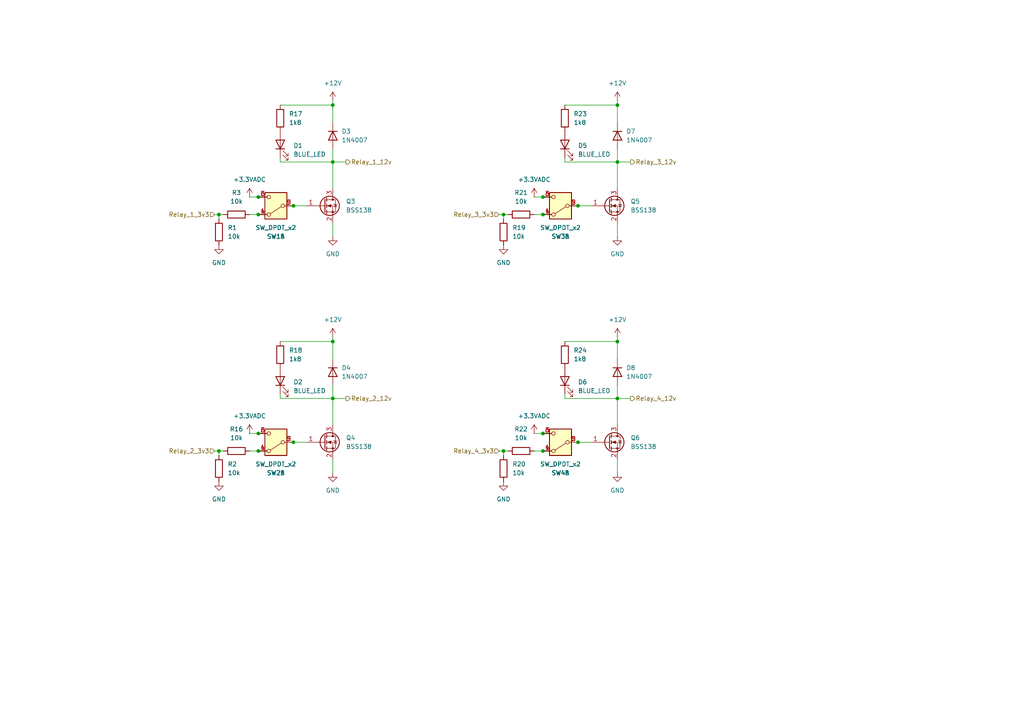
<source format=kicad_sch>
(kicad_sch (version 20231120) (generator "eeschema") (generator_version "8.0")
  (paper "A4")
  (lib_symbols
    (symbol "Device:LED" (pin_numbers hide) (pin_names (offset 1.016) hide)
      (property "Reference" "D" (at 0 2.54 0))
      (property "Value" "LED" (at 0 -2.54 0))
      (symbol "LED_0_1"
        (polyline (pts (xy -1.27 -1.27) (xy -1.27 1.27)) (stroke (width 0.254)))
        (polyline (pts (xy -1.27 0) (xy 1.27 0)))
        (polyline (pts (xy 1.27 -1.27) (xy 1.27 1.27) (xy -1.27 0) (xy 1.27 -1.27)) (stroke (width 0.254)))
        (polyline (pts (xy -3.048 -0.762) (xy -4.572 -2.286) (xy -3.81 -2.286) (xy -4.572 -2.286) (xy -4.572 -1.524)))
        (polyline (pts (xy -1.778 -0.762) (xy -3.302 -2.286) (xy -2.54 -2.286) (xy -3.302 -2.286) (xy -3.302 -1.524)))
      )
      (symbol "LED_1_1"
        (pin passive line (at -3.81 0 0) (length 2.54) (name "K") (number "1"))
        (pin passive line (at 3.81 0 180) (length 2.54) (name "A") (number "2"))
      )
    )
    (symbol "Device:R" (pin_numbers hide) (pin_names (offset 0))
      (property "Reference" "R" (at 2.032 0 90))
      (property "Value" "R" (at 0 0 90))
      (symbol "R_0_1"
        (rectangle (start -1.016 -2.54) (end 1.016 2.54) (stroke (width 0.254)))
      )
      (symbol "R_1_1"
        (pin passive line (at 0 3.81 270) (length 1.27) (name "~") (number "1"))
        (pin passive line (at 0 -3.81 90) (length 1.27) (name "~") (number "2"))
      )
    )
    (symbol "Diode:1N4007" (pin_numbers hide) (pin_names hide)
      (property "Reference" "D" (at 0 2.54 0))
      (property "Value" "1N4007" (at 0 -2.54 0))
      (symbol "1N4007_0_1"
        (polyline (pts (xy -1.27 1.27) (xy -1.27 -1.27)) (stroke (width 0.254)))
        (polyline (pts (xy 1.27 0) (xy -1.27 0)))
        (polyline (pts (xy 1.27 1.27) (xy 1.27 -1.27) (xy -1.27 0) (xy 1.27 1.27)) (stroke (width 0.254)))
      )
      (symbol "1N4007_1_1"
        (pin passive line (at -3.81 0 0) (length 2.54) (name "K") (number "1"))
        (pin passive line (at 3.81 0 180) (length 2.54) (name "A") (number "2"))
      )
    )
    (symbol "Switch:SW_DPDT_x2" (pin_names (offset 0) hide)
      (property "Reference" "SW" (at 0 5.08 0))
      (property "Value" "SW_DPDT_x2" (at 0 -5.08 0))
      (symbol "SW_DPDT_x2_0_0"
        (circle (center -2.032 0) (radius 0.508))
        (circle (center 2.032 -2.54) (radius 0.508))
      )
      (symbol "SW_DPDT_x2_0_1"
        (rectangle (start -3.175 3.81) (end 3.175 -3.81) (stroke (width 0.254)) (fill (type background)))
        (polyline (pts (xy -1.524 0.254) (xy 1.5748 2.286)))
        (circle (center 2.032 2.54) (radius 0.508))
      )
      (symbol "SW_DPDT_x2_1_1"
        (pin passive line (at 5.08 2.54 180) (length 2.54) (name "A") (number "1"))
        (pin passive line (at -5.08 0 0) (length 2.54) (name "B") (number "2"))
        (pin passive line (at 5.08 -2.54 180) (length 2.54) (name "C") (number "3"))
      )
      (symbol "SW_DPDT_x2_2_1"
        (pin passive line (at 5.08 2.54 180) (length 2.54) (name "A") (number "4"))
        (pin passive line (at -5.08 0 0) (length 2.54) (name "B") (number "5"))
        (pin passive line (at 5.08 -2.54 180) (length 2.54) (name "C") (number "6"))
      )
    )
    (symbol "Transistor_FET:BSS138" (pin_names hide)
      (property "Reference" "Q" (at 5.08 1.905 0))
      (property "Value" "BSS138" (at 5.08 0 0))
      (symbol "BSS138_0_1"
        (polyline (pts (xy 0.254 0) (xy -2.54 0)))
        (polyline (pts (xy 0.254 1.905) (xy 0.254 -1.905)) (stroke (width 0.254)))
        (polyline (pts (xy 0.762 -1.27) (xy 0.762 -2.286)) (stroke (width 0.254)))
        (polyline (pts (xy 0.762 0.508) (xy 0.762 -0.508)) (stroke (width 0.254)))
        (polyline (pts (xy 0.762 2.286) (xy 0.762 1.27)) (stroke (width 0.254)))
        (polyline (pts (xy 2.54 2.54) (xy 2.54 1.778)))
        (polyline (pts (xy 2.54 -2.54) (xy 2.54 0) (xy 0.762 0)))
        (polyline (pts (xy 0.762 -1.778) (xy 3.302 -1.778) (xy 3.302 1.778) (xy 0.762 1.778)))
        (polyline (pts (xy 1.016 0) (xy 2.032 0.381) (xy 2.032 -0.381) (xy 1.016 0)) (fill (type outline)))
        (polyline (pts (xy 2.794 0.508) (xy 2.921 0.381) (xy 3.683 0.381) (xy 3.81 0.254)))
        (polyline (pts (xy 3.302 0.381) (xy 2.921 -0.254) (xy 3.683 -0.254) (xy 3.302 0.381)))
        (circle (center 1.651 0) (radius 2.794) (stroke (width 0.254)))
        (circle (center 2.54 -1.778) (radius 0.254) (fill (type outline)))
        (circle (center 2.54 1.778) (radius 0.254) (fill (type outline)))
      )
      (symbol "BSS138_1_1"
        (pin input line (at -5.08 0 0) (length 2.54) (name "G") (number "1"))
        (pin passive line (at 2.54 -5.08 90) (length 2.54) (name "S") (number "2"))
        (pin passive line (at 2.54 5.08 270) (length 2.54) (name "D") (number "3"))
      )
    )
    (symbol "power:+12V" (power) (pin_numbers hide) (pin_names (offset 0) hide)
      (property "Value" "+12V" (at 0 3.556 0))
      (symbol "+12V_0_1"
        (polyline (pts (xy -0.762 1.27) (xy 0 2.54)))
        (polyline (pts (xy 0 0) (xy 0 2.54)))
        (polyline (pts (xy 0 2.54) (xy 0.762 1.27)))
      )
      (symbol "+12V_1_1"
        (pin power_in line (at 0 0 90) (length 0) (name "~") (number "1"))
      )
    )
    (symbol "power:+3.3VADC" (power) (pin_numbers hide) (pin_names (offset 0) hide)
      (property "Value" "+3.3VADC" (at 0 3.556 0))
      (symbol "+3.3VADC_0_0"
        (pin power_in line (at 0 0 90) (length 0) (name "~") (number "1"))
      )
      (symbol "+3.3VADC_0_1"
        (polyline (pts (xy -0.762 1.27) (xy 0 2.54)))
        (polyline (pts (xy 0 0) (xy 0 2.54)))
        (polyline (pts (xy 0 2.54) (xy 0.762 1.27)))
      )
    )
    (symbol "power:GND" (power) (pin_numbers hide) (pin_names (offset 0) hide)
      (property "Value" "GND" (at 0 -3.81 0))
      (symbol "GND_0_1"
        (polyline (pts (xy 0 0) (xy 0 -1.27) (xy 1.27 -1.27) (xy 0 -2.54) (xy -1.27 -1.27) (xy 0 -1.27)))
      )
      (symbol "GND_1_1"
        (pin power_in line (at 0 0 270) (length 0) (name "~") (number "1"))
      )
    )
  )
  (junction (at 167.64 59.69))
  (junction (at 74.93 57.15))
  (junction (at 179.07 99.06))
  (junction (at 157.48 125.73))
  (junction (at 157.48 62.23))
  (junction (at 96.52 30.48))
  (junction (at 179.07 115.57))
  (junction (at 146.05 130.81))
  (junction (at 74.93 130.81))
  (junction (at 96.52 99.06))
  (junction (at 157.48 130.81))
  (junction (at 167.64 128.27))
  (junction (at 146.05 62.23))
  (junction (at 63.5 62.23))
  (junction (at 96.52 115.57))
  (junction (at 74.93 125.73))
  (junction (at 96.52 46.99))
  (junction (at 85.09 59.69))
  (junction (at 63.5 130.81))
  (junction (at 74.93 62.23))
  (junction (at 85.09 128.27))
  (junction (at 157.48 57.15))
  (junction (at 179.07 30.48))
  (junction (at 179.07 46.99))
  (wire (pts (xy 163.83 115.57) (xy 179.07 115.57)))
  (wire (pts (xy 74.93 130.81) (xy 72.39 130.81)))
  (wire (pts (xy 163.83 46.99) (xy 179.07 46.99)))
  (wire (pts (xy 63.5 63.5) (xy 63.5 62.23)))
  (wire (pts (xy 146.05 62.23) (xy 147.32 62.23)))
  (wire (pts (xy 163.83 114.3) (xy 163.83 115.57)))
  (wire (pts (xy 157.48 130.81) (xy 154.94 130.81)))
  (wire (pts (xy 144.78 130.81) (xy 146.05 130.81)))
  (wire (pts (xy 81.28 46.99) (xy 96.52 46.99)))
  (wire (pts (xy 81.28 45.72) (xy 81.28 46.99)))
  (wire (pts (xy 100.33 115.57) (xy 96.52 115.57)))
  (wire (pts (xy 81.28 115.57) (xy 96.52 115.57)))
  (wire (pts (xy 179.07 46.99) (xy 179.07 54.61)))
  (wire (pts (xy 96.52 43.18) (xy 96.52 46.99)))
  (wire (pts (xy 179.07 111.76) (xy 179.07 115.57)))
  (wire (pts (xy 146.05 130.81) (xy 147.32 130.81)))
  (wire (pts (xy 144.78 62.23) (xy 146.05 62.23)))
  (wire (pts (xy 179.07 99.06) (xy 179.07 104.14)))
  (wire (pts (xy 157.48 57.15) (xy 154.94 57.15)))
  (wire (pts (xy 179.07 29.21) (xy 179.07 30.48)))
  (wire (pts (xy 96.52 29.21) (xy 96.52 30.48)))
  (wire (pts (xy 81.28 114.3) (xy 81.28 115.57)))
  (wire (pts (xy 96.52 30.48) (xy 96.52 35.56)))
  (wire (pts (xy 96.52 97.79) (xy 96.52 99.06)))
  (wire (pts (xy 62.23 62.23) (xy 63.5 62.23)))
  (wire (pts (xy 85.09 128.27) (xy 88.9 128.27)))
  (wire (pts (xy 179.07 43.18) (xy 179.07 46.99)))
  (wire (pts (xy 81.28 99.06) (xy 96.52 99.06)))
  (wire (pts (xy 157.48 62.23) (xy 154.94 62.23)))
  (wire (pts (xy 96.52 46.99) (xy 96.52 54.61)))
  (wire (pts (xy 74.93 57.15) (xy 72.39 57.15)))
  (wire (pts (xy 179.07 64.77) (xy 179.07 68.58)))
  (wire (pts (xy 179.07 30.48) (xy 179.07 35.56)))
  (wire (pts (xy 96.52 133.35) (xy 96.52 137.16)))
  (wire (pts (xy 167.64 128.27) (xy 171.45 128.27)))
  (wire (pts (xy 179.07 133.35) (xy 179.07 137.16)))
  (wire (pts (xy 81.28 30.48) (xy 96.52 30.48)))
  (wire (pts (xy 62.23 130.81) (xy 63.5 130.81)))
  (wire (pts (xy 163.83 99.06) (xy 179.07 99.06)))
  (wire (pts (xy 163.83 45.72) (xy 163.83 46.99)))
  (wire (pts (xy 182.88 115.57) (xy 179.07 115.57)))
  (wire (pts (xy 63.5 62.23) (xy 64.77 62.23)))
  (wire (pts (xy 85.09 59.69) (xy 88.9 59.69)))
  (wire (pts (xy 74.93 125.73) (xy 72.39 125.73)))
  (wire (pts (xy 96.52 64.77) (xy 96.52 68.58)))
  (wire (pts (xy 182.88 46.99) (xy 179.07 46.99)))
  (wire (pts (xy 63.5 130.81) (xy 64.77 130.81)))
  (wire (pts (xy 157.48 125.73) (xy 154.94 125.73)))
  (wire (pts (xy 146.05 63.5) (xy 146.05 62.23)))
  (wire (pts (xy 163.83 30.48) (xy 179.07 30.48)))
  (wire (pts (xy 96.52 99.06) (xy 96.52 104.14)))
  (wire (pts (xy 96.52 115.57) (xy 96.52 123.19)))
  (wire (pts (xy 63.5 132.08) (xy 63.5 130.81)))
  (wire (pts (xy 179.07 97.79) (xy 179.07 99.06)))
  (wire (pts (xy 100.33 46.99) (xy 96.52 46.99)))
  (wire (pts (xy 167.64 59.69) (xy 171.45 59.69)))
  (wire (pts (xy 179.07 115.57) (xy 179.07 123.19)))
  (wire (pts (xy 74.93 62.23) (xy 72.39 62.23)))
  (wire (pts (xy 96.52 111.76) (xy 96.52 115.57)))
  (wire (pts (xy 146.05 132.08) (xy 146.05 130.81)))
  (hierarchical_label "Relay_3_12v" (shape output) (at 182.88 46.99 0))
  (hierarchical_label "Relay_3_3v3" (shape input) (at 144.78 62.23 180))
  (hierarchical_label "Relay_4_12v" (shape output) (at 182.88 115.57 0))
  (hierarchical_label "Relay_4_3v3" (shape input) (at 144.78 130.81 180))
  (hierarchical_label "Relay_2_12v" (shape output) (at 100.33 115.57 0))
  (hierarchical_label "Relay_1_3v3" (shape input) (at 62.23 62.23 180))
  (hierarchical_label "Relay_1_12v" (shape output) (at 100.33 46.99 0))
  (hierarchical_label "Relay_2_3v3" (shape input) (at 62.23 130.81 180))
  (symbol (lib_id "Device:R") (at 146.05 135.89 0) (unit 1)
    (property "Reference" "R20" (at 148.59 134.6199 0) (effects (justify left)))
    (property "Value" "10k" (at 148.59 137.1599 0) (effects (justify left)))
    (property "Footprint" "Resistor_SMD:R_0805_2012Metric_Pad1.20x1.40mm_HandSolder" (effects (hide yes)))
    (property "Description" "Resistor" (effects (hide yes)))
  )
  (symbol (lib_id "Diode:1N4007") (at 96.52 39.37 270) (unit 1)
    (property "Reference" "D3" (at 99.06 38.0999 90) (effects (justify left)))
    (property "Value" "1N4007" (at 99.06 40.6399 90) (effects (justify left)))
    (property "Footprint" "Diode_SMD:D_SOD-123F" (effects (hide yes)))
    (property "Sim.Device" "D" (effects (hide yes)))
    (property "Sim.Pins" "1=K 2=A" (effects (hide yes)))
  )
  (symbol (lib_id "Device:R") (at 63.5 135.89 0) (unit 1)
    (property "Reference" "R2" (at 66.04 134.6199 0) (effects (justify left)))
    (property "Value" "10k" (at 66.04 137.1599 0) (effects (justify left)))
    (property "Footprint" "Resistor_SMD:R_0805_2012Metric_Pad1.20x1.40mm_HandSolder" (effects (hide yes)))
    (property "Description" "Resistor" (effects (hide yes)))
  )
  (symbol (lib_id "Device:R") (at 151.13 62.23 270) (unit 1)
    (property "Reference" "R21" (at 151.13 55.88 90))
    (property "Value" "10k" (at 151.13 58.42 90))
    (property "Footprint" "Resistor_SMD:R_0805_2012Metric_Pad1.20x1.40mm_HandSolder" (effects (hide yes)))
    (property "Description" "Resistor" (effects (hide yes)))
  )
  (symbol (lib_id "Device:R") (at 63.5 67.31 0) (unit 1)
    (property "Reference" "R1" (at 66.04 66.0399 0) (effects (justify left)))
    (property "Value" "10k" (at 66.04 68.5799 0) (effects (justify left)))
    (property "Footprint" "Resistor_SMD:R_0805_2012Metric_Pad1.20x1.40mm_HandSolder" (effects (hide yes)))
    (property "Description" "Resistor" (effects (hide yes)))
  )
  (symbol (lib_id "Device:R") (at 81.28 102.87 180) (unit 1)
    (property "Reference" "R18" (at 83.82 101.5999 0) (effects (justify right)))
    (property "Value" "1k8" (at 83.82 104.1399 0) (effects (justify right)))
    (property "Footprint" "Resistor_SMD:R_0805_2012Metric_Pad1.20x1.40mm_HandSolder" (effects (hide yes)))
    (property "Description" "Resistor" (effects (hide yes)))
  )
  (symbol (lib_id "Device:R") (at 146.05 67.31 0) (unit 1)
    (property "Reference" "R19" (at 148.59 66.0399 0) (effects (justify left)))
    (property "Value" "10k" (at 148.59 68.5799 0) (effects (justify left)))
    (property "Footprint" "Resistor_SMD:R_0805_2012Metric_Pad1.20x1.40mm_HandSolder" (effects (hide yes)))
    (property "Description" "Resistor" (effects (hide yes)))
  )
  (symbol (lib_id "Diode:1N4007") (at 179.07 107.95 270) (unit 1)
    (property "Reference" "D8" (at 181.61 106.6799 90) (effects (justify left)))
    (property "Value" "1N4007" (at 181.61 109.2199 90) (effects (justify left)))
    (property "Footprint" "Diode_SMD:D_SOD-123F" (effects (hide yes)))
    (property "Sim.Device" "D" (effects (hide yes)))
    (property "Sim.Pins" "1=K 2=A" (effects (hide yes)))
  )
  (symbol (lib_id "Switch:SW_DPDT_x2") (at 80.01 128.27 180) (unit 2)
    (property "Reference" "SW2" (at 80.01 137.16 0))
    (property "Value" "SW_DPDT_x2" (at 80.01 134.62 0))
    (property "Footprint" "lib:DPDT_7x7mm_blue-white" (effects (hide yes)))
    (property "Description" "Switch, dual pole double throw, separate symbols" (effects (hide yes)))
  )
  (symbol (lib_id "Diode:1N4007") (at 96.52 107.95 270) (unit 1)
    (property "Reference" "D4" (at 99.06 106.6799 90) (effects (justify left)))
    (property "Value" "1N4007" (at 99.06 109.2199 90) (effects (justify left)))
    (property "Footprint" "Diode_SMD:D_SOD-123F" (effects (hide yes)))
    (property "Sim.Device" "D" (effects (hide yes)))
    (property "Sim.Pins" "1=K 2=A" (effects (hide yes)))
  )
  (symbol (lib_id "Switch:SW_DPDT_x2") (at 80.01 128.27 180) (unit 1)
    (property "Reference" "SW2" (at 80.01 137.16 0))
    (property "Value" "SW_DPDT_x2" (at 80.01 134.62 0))
    (property "Footprint" "lib:DPDT_7x7mm_blue-white" (effects (hide yes)))
    (property "Description" "Switch, dual pole double throw, separate symbols" (effects (hide yes)))
  )
  (symbol (lib_id "power:+3.3VADC") (at 154.94 125.73 0) (unit 1)
    (property "Reference" "#PWR030" (effects (hide yes)))
    (property "Value" "+3.3VADC" (at 154.94 120.65 0))
    (property "Description" "Power symbol creates a global label with name \"+3.3VADC\"" (effects (hide yes)))
  )
  (symbol (lib_id "power:GND") (at 146.05 139.7 0) (unit 1)
    (property "Reference" "#PWR029" (effects (hide yes)))
    (property "Value" "GND" (at 146.05 144.78 0))
    (property "Description" "Power symbol creates a global label with name \"GND\" , ground" (effects (hide yes)))
  )
  (symbol (lib_id "Transistor_FET:BSS138") (at 176.53 59.69 0) (unit 1)
    (property "Reference" "Q5" (at 182.88 58.4199 0) (effects (justify left)))
    (property "Value" "BSS138" (at 182.88 60.9599 0) (effects (justify left)))
    (property "Footprint" "lib:SOT-323_SC-70_large_drain" (effects (hide yes)))
    (property "Datasheet" "https://www.onsemi.com/pub/Collateral/BSS138-D.PDF" (effects (hide yes)))
    (property "Description" "50V Vds, 0.22A Id, N-Channel MOSFET, SOT-23" (effects (hide yes)))
  )
  (symbol (lib_id "power:+3.3VADC") (at 72.39 125.73 0) (unit 1)
    (property "Reference" "#PWR012" (effects (hide yes)))
    (property "Value" "+3.3VADC" (at 72.39 120.65 0))
    (property "Description" "Power symbol creates a global label with name \"+3.3VADC\"" (effects (hide yes)))
  )
  (symbol (lib_id "Switch:SW_DPDT_x2") (at 162.56 128.27 180) (unit 2)
    (property "Reference" "SW4" (at 162.56 137.16 0))
    (property "Value" "SW_DPDT_x2" (at 162.56 134.62 0))
    (property "Footprint" "lib:DPDT_7x7mm_blue-white" (effects (hide yes)))
    (property "Description" "Switch, dual pole double throw, separate symbols" (effects (hide yes)))
  )
  (symbol (lib_id "power:GND") (at 96.52 68.58 0) (unit 1)
    (property "Reference" "#PWR025" (effects (hide yes)))
    (property "Value" "GND" (at 96.52 73.66 0))
    (property "Description" "Power symbol creates a global label with name \"GND\" , ground" (effects (hide yes)))
  )
  (symbol (lib_id "Switch:SW_DPDT_x2") (at 80.01 59.69 180) (unit 2)
    (property "Reference" "SW1" (at 80.01 68.58 0))
    (property "Value" "SW_DPDT_x2" (at 80.01 66.04 0))
    (property "Footprint" "lib:DPDT_7x7mm_blue-white" (effects (hide yes)))
    (property "Description" "Switch, dual pole double throw, separate symbols" (effects (hide yes)))
  )
  (symbol (lib_id "Device:R") (at 68.58 62.23 270) (unit 1)
    (property "Reference" "R3" (at 68.58 55.88 90))
    (property "Value" "10k" (at 68.58 58.42 90))
    (property "Footprint" "Resistor_SMD:R_0805_2012Metric_Pad1.20x1.40mm_HandSolder" (effects (hide yes)))
    (property "Description" "Resistor" (effects (hide yes)))
  )
  (symbol (lib_id "power:+3.3VADC") (at 154.94 57.15 0) (unit 1)
    (property "Reference" "#PWR031" (effects (hide yes)))
    (property "Value" "+3.3VADC" (at 154.94 52.07 0))
    (property "Description" "Power symbol creates a global label with name \"+3.3VADC\"" (effects (hide yes)))
  )
  (symbol (lib_id "power:GND") (at 63.5 139.7 0) (unit 1)
    (property "Reference" "#PWR08" (effects (hide yes)))
    (property "Value" "GND" (at 63.5 144.78 0))
    (property "Description" "Power symbol creates a global label with name \"GND\" , ground" (effects (hide yes)))
  )
  (symbol (lib_id "Device:R") (at 163.83 34.29 180) (unit 1)
    (property "Reference" "R23" (at 166.37 33.0199 0) (effects (justify right)))
    (property "Value" "1k8" (at 166.37 35.5599 0) (effects (justify right)))
    (property "Footprint" "Resistor_SMD:R_0805_2012Metric_Pad1.20x1.40mm_HandSolder" (effects (hide yes)))
    (property "Description" "Resistor" (effects (hide yes)))
  )
  (symbol (lib_id "Switch:SW_DPDT_x2") (at 162.56 59.69 180) (unit 1)
    (property "Reference" "SW3" (at 162.56 68.58 0))
    (property "Value" "SW_DPDT_x2" (at 162.56 66.04 0))
    (property "Footprint" "lib:DPDT_7x7mm_blue-white" (effects (hide yes)))
    (property "Description" "Switch, dual pole double throw, separate symbols" (effects (hide yes)))
  )
  (symbol (lib_id "power:GND") (at 63.5 71.12 0) (unit 1)
    (property "Reference" "#PWR07" (effects (hide yes)))
    (property "Value" "GND" (at 63.5 76.2 0))
    (property "Description" "Power symbol creates a global label with name \"GND\" , ground" (effects (hide yes)))
  )
  (symbol (lib_id "Transistor_FET:BSS138") (at 93.98 128.27 0) (unit 1)
    (property "Reference" "Q4" (at 100.33 126.9999 0) (effects (justify left)))
    (property "Value" "BSS138" (at 100.33 129.5399 0) (effects (justify left)))
    (property "Footprint" "lib:SOT-323_SC-70_large_drain" (effects (hide yes)))
    (property "Datasheet" "https://www.onsemi.com/pub/Collateral/BSS138-D.PDF" (effects (hide yes)))
    (property "Description" "50V Vds, 0.22A Id, N-Channel MOSFET, SOT-23" (effects (hide yes)))
  )
  (symbol (lib_id "Device:LED") (at 81.28 110.49 90) (unit 1)
    (property "Reference" "D2" (at 85.09 110.8074 90) (effects (justify right)))
    (property "Value" "BLUE_LED" (at 85.09 113.3474 90) (effects (justify right)))
    (property "Footprint" "LED_SMD:LED_0805_2012Metric_Pad1.15x1.40mm_HandSolder" (effects (hide yes)))
    (property "Datasheet" "https://www.lcsc.com/datasheet/lcsc_datasheet_2009251740_TUOZHAN-TZ-P2-0805BTCS2-0-8T_C779459.pdf" (effects (hide yes)))
    (property "Description" "Blue light emitting diode, 2.7V @ 5mA" (effects (hide yes)))
  )
  (symbol (lib_id "power:GND") (at 96.52 137.16 0) (unit 1)
    (property "Reference" "#PWR027" (effects (hide yes)))
    (property "Value" "GND" (at 96.52 142.24 0))
    (property "Description" "Power symbol creates a global label with name \"GND\" , ground" (effects (hide yes)))
  )
  (symbol (lib_id "power:+12V") (at 179.07 97.79 0) (unit 1)
    (property "Reference" "#PWR034" (effects (hide yes)))
    (property "Value" "+12V" (at 179.07 92.71 0))
    (property "Description" "Power symbol creates a global label with name \"+12V\"" (effects (hide yes)))
  )
  (symbol (lib_id "power:+12V") (at 96.52 29.21 0) (unit 1)
    (property "Reference" "#PWR024" (effects (hide yes)))
    (property "Value" "+12V" (at 96.52 24.13 0))
    (property "Description" "Power symbol creates a global label with name \"+12V\"" (effects (hide yes)))
  )
  (symbol (lib_id "Switch:SW_DPDT_x2") (at 162.56 59.69 180) (unit 2)
    (property "Reference" "SW3" (at 162.56 68.58 0))
    (property "Value" "SW_DPDT_x2" (at 162.56 66.04 0))
    (property "Footprint" "lib:DPDT_7x7mm_blue-white" (effects (hide yes)))
    (property "Description" "Switch, dual pole double throw, separate symbols" (effects (hide yes)))
  )
  (symbol (lib_id "Device:R") (at 81.28 34.29 180) (unit 1)
    (property "Reference" "R17" (at 83.82 33.0199 0) (effects (justify right)))
    (property "Value" "1k8" (at 83.82 35.5599 0) (effects (justify right)))
    (property "Footprint" "Resistor_SMD:R_0805_2012Metric_Pad1.20x1.40mm_HandSolder" (effects (hide yes)))
    (property "Description" "Resistor" (effects (hide yes)))
  )
  (symbol (lib_id "Transistor_FET:BSS138") (at 176.53 128.27 0) (unit 1)
    (property "Reference" "Q6" (at 182.88 126.9999 0) (effects (justify left)))
    (property "Value" "BSS138" (at 182.88 129.5399 0) (effects (justify left)))
    (property "Footprint" "lib:SOT-323_SC-70_large_drain" (effects (hide yes)))
    (property "Datasheet" "https://www.onsemi.com/pub/Collateral/BSS138-D.PDF" (effects (hide yes)))
    (property "Description" "50V Vds, 0.22A Id, N-Channel MOSFET, SOT-23" (effects (hide yes)))
  )
  (symbol (lib_id "Device:R") (at 151.13 130.81 270) (unit 1)
    (property "Reference" "R22" (at 151.13 124.46 90))
    (property "Value" "10k" (at 151.13 127 90))
    (property "Footprint" "Resistor_SMD:R_0805_2012Metric_Pad1.20x1.40mm_HandSolder" (effects (hide yes)))
    (property "Description" "Resistor" (effects (hide yes)))
  )
  (symbol (lib_id "Device:R") (at 163.83 102.87 180) (unit 1)
    (property "Reference" "R24" (at 166.37 101.5999 0) (effects (justify right)))
    (property "Value" "1k8" (at 166.37 104.1399 0) (effects (justify right)))
    (property "Footprint" "Resistor_SMD:R_0805_2012Metric_Pad1.20x1.40mm_HandSolder" (effects (hide yes)))
    (property "Description" "Resistor" (effects (hide yes)))
  )
  (symbol (lib_id "power:+3.3VADC") (at 72.39 57.15 0) (unit 1)
    (property "Reference" "#PWR09" (effects (hide yes)))
    (property "Value" "+3.3VADC" (at 72.39 52.07 0))
    (property "Description" "Power symbol creates a global label with name \"+3.3VADC\"" (effects (hide yes)))
  )
  (symbol (lib_id "Device:R") (at 68.58 130.81 270) (unit 1)
    (property "Reference" "R16" (at 68.58 124.46 90))
    (property "Value" "10k" (at 68.58 127 90))
    (property "Footprint" "Resistor_SMD:R_0805_2012Metric_Pad1.20x1.40mm_HandSolder" (effects (hide yes)))
    (property "Description" "Resistor" (effects (hide yes)))
  )
  (symbol (lib_id "power:+12V") (at 179.07 29.21 0) (unit 1)
    (property "Reference" "#PWR032" (effects (hide yes)))
    (property "Value" "+12V" (at 179.07 24.13 0))
    (property "Description" "Power symbol creates a global label with name \"+12V\"" (effects (hide yes)))
  )
  (symbol (lib_id "Device:LED") (at 81.28 41.91 90) (unit 1)
    (property "Reference" "D1" (at 85.09 42.2274 90) (effects (justify right)))
    (property "Value" "BLUE_LED" (at 85.09 44.7674 90) (effects (justify right)))
    (property "Footprint" "LED_SMD:LED_0805_2012Metric_Pad1.15x1.40mm_HandSolder" (effects (hide yes)))
    (property "Datasheet" "https://www.lcsc.com/datasheet/lcsc_datasheet_2009251740_TUOZHAN-TZ-P2-0805BTCS2-0-8T_C779459.pdf" (effects (hide yes)))
    (property "Description" "Blue light emitting diode, 2.7V @ 5mA" (effects (hide yes)))
  )
  (symbol (lib_id "Device:LED") (at 163.83 41.91 90) (unit 1)
    (property "Reference" "D5" (at 167.64 42.2274 90) (effects (justify right)))
    (property "Value" "BLUE_LED" (at 167.64 44.7674 90) (effects (justify right)))
    (property "Footprint" "LED_SMD:LED_0805_2012Metric_Pad1.15x1.40mm_HandSolder" (effects (hide yes)))
    (property "Datasheet" "https://www.lcsc.com/datasheet/lcsc_datasheet_2009251740_TUOZHAN-TZ-P2-0805BTCS2-0-8T_C779459.pdf" (effects (hide yes)))
    (property "Description" "Blue light emitting diode, 2.7V @ 5mA" (effects (hide yes)))
  )
  (symbol (lib_id "power:+12V") (at 96.52 97.79 0) (unit 1)
    (property "Reference" "#PWR026" (effects (hide yes)))
    (property "Value" "+12V" (at 96.52 92.71 0))
    (property "Description" "Power symbol creates a global label with name \"+12V\"" (effects (hide yes)))
  )
  (symbol (lib_id "power:GND") (at 179.07 68.58 0) (unit 1)
    (property "Reference" "#PWR033" (effects (hide yes)))
    (property "Value" "GND" (at 179.07 73.66 0))
    (property "Description" "Power symbol creates a global label with name \"GND\" , ground" (effects (hide yes)))
  )
  (symbol (lib_id "power:GND") (at 179.07 137.16 0) (unit 1)
    (property "Reference" "#PWR035" (effects (hide yes)))
    (property "Value" "GND" (at 179.07 142.24 0))
    (property "Description" "Power symbol creates a global label with name \"GND\" , ground" (effects (hide yes)))
  )
  (symbol (lib_id "Diode:1N4007") (at 179.07 39.37 270) (unit 1)
    (property "Reference" "D7" (at 181.61 38.0999 90) (effects (justify left)))
    (property "Value" "1N4007" (at 181.61 40.6399 90) (effects (justify left)))
    (property "Footprint" "Diode_SMD:D_SOD-123F" (effects (hide yes)))
    (property "Sim.Device" "D" (effects (hide yes)))
    (property "Sim.Pins" "1=K 2=A" (effects (hide yes)))
  )
  (symbol (lib_id "Switch:SW_DPDT_x2") (at 162.56 128.27 180) (unit 1)
    (property "Reference" "SW4" (at 162.56 137.16 0))
    (property "Value" "SW_DPDT_x2" (at 162.56 134.62 0))
    (property "Footprint" "lib:DPDT_7x7mm_blue-white" (effects (hide yes)))
    (property "Description" "Switch, dual pole double throw, separate symbols" (effects (hide yes)))
  )
  (symbol (lib_id "Switch:SW_DPDT_x2") (at 80.01 59.69 180) (unit 1)
    (property "Reference" "SW1" (at 80.01 68.58 0))
    (property "Value" "SW_DPDT_x2" (at 80.01 66.04 0))
    (property "Footprint" "lib:DPDT_7x7mm_blue-white" (effects (hide yes)))
    (property "Description" "Switch, dual pole double throw, separate symbols" (effects (hide yes)))
  )
  (symbol (lib_id "Transistor_FET:BSS138") (at 93.98 59.69 0) (unit 1)
    (property "Reference" "Q3" (at 100.33 58.4199 0) (effects (justify left)))
    (property "Value" "BSS138" (at 100.33 60.9599 0) (effects (justify left)))
    (property "Footprint" "lib:SOT-323_SC-70_large_drain" (effects (hide yes)))
    (property "Datasheet" "https://www.onsemi.com/pub/Collateral/BSS138-D.PDF" (effects (hide yes)))
    (property "Description" "50V Vds, 0.22A Id, N-Channel MOSFET, SOT-23" (effects (hide yes)))
  )
  (symbol (lib_id "Device:LED") (at 163.83 110.49 90) (unit 1)
    (property "Reference" "D6" (at 167.64 110.8074 90) (effects (justify right)))
    (property "Value" "BLUE_LED" (at 167.64 113.3474 90) (effects (justify right)))
    (property "Footprint" "LED_SMD:LED_0805_2012Metric_Pad1.15x1.40mm_HandSolder" (effects (hide yes)))
    (property "Datasheet" "https://www.lcsc.com/datasheet/lcsc_datasheet_2009251740_TUOZHAN-TZ-P2-0805BTCS2-0-8T_C779459.pdf" (effects (hide yes)))
    (property "Description" "Blue light emitting diode, 2.7V @ 5mA" (effects (hide yes)))
  )
  (symbol (lib_id "power:GND") (at 146.05 71.12 0) (unit 1)
    (property "Reference" "#PWR028" (effects (hide yes)))
    (property "Value" "GND" (at 146.05 76.2 0))
    (property "Description" "Power symbol creates a global label with name \"GND\" , ground" (effects (hide yes)))
  )
)
</source>
